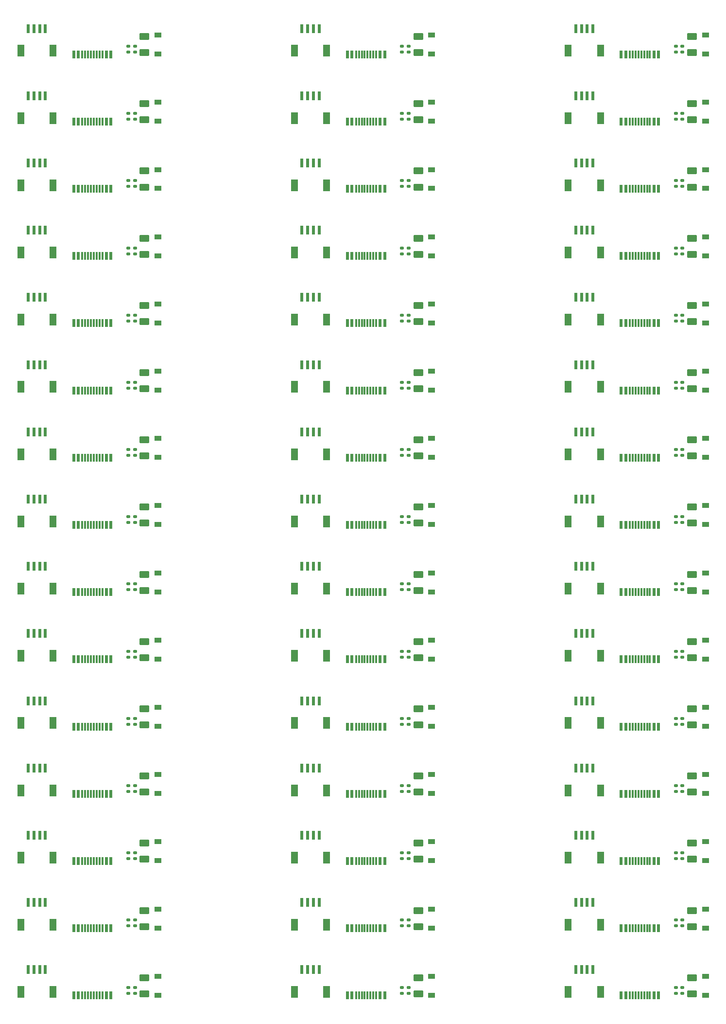
<source format=gtp>
G04 #@! TF.GenerationSoftware,KiCad,Pcbnew,(6.0.0)*
G04 #@! TF.CreationDate,2022-08-14T01:19:03-04:00*
G04 #@! TF.ProjectId,Panel v2,50616e65-6c20-4763-922e-6b696361645f,rev?*
G04 #@! TF.SameCoordinates,Original*
G04 #@! TF.FileFunction,Paste,Top*
G04 #@! TF.FilePolarity,Positive*
%FSLAX46Y46*%
G04 Gerber Fmt 4.6, Leading zero omitted, Abs format (unit mm)*
G04 Created by KiCad (PCBNEW (6.0.0)) date 2022-08-14 01:19:03*
%MOMM*%
%LPD*%
G01*
G04 APERTURE LIST*
G04 Aperture macros list*
%AMRoundRect*
0 Rectangle with rounded corners*
0 $1 Rounding radius*
0 $2 $3 $4 $5 $6 $7 $8 $9 X,Y pos of 4 corners*
0 Add a 4 corners polygon primitive as box body*
4,1,4,$2,$3,$4,$5,$6,$7,$8,$9,$2,$3,0*
0 Add four circle primitives for the rounded corners*
1,1,$1+$1,$2,$3*
1,1,$1+$1,$4,$5*
1,1,$1+$1,$6,$7*
1,1,$1+$1,$8,$9*
0 Add four rect primitives between the rounded corners*
20,1,$1+$1,$2,$3,$4,$5,0*
20,1,$1+$1,$4,$5,$6,$7,0*
20,1,$1+$1,$6,$7,$8,$9,0*
20,1,$1+$1,$8,$9,$2,$3,0*%
G04 Aperture macros list end*
%ADD10RoundRect,0.135000X-0.185000X0.135000X-0.185000X-0.135000X0.185000X-0.135000X0.185000X0.135000X0*%
%ADD11RoundRect,0.250000X-0.625000X0.375000X-0.625000X-0.375000X0.625000X-0.375000X0.625000X0.375000X0*%
%ADD12R,1.200000X0.900000*%
%ADD13R,0.600000X1.450000*%
%ADD14R,0.300000X1.450000*%
%ADD15R,0.600000X1.550000*%
%ADD16R,1.200000X2.000000*%
G04 APERTURE END LIST*
D10*
X53087619Y-130312147D03*
X53087619Y-131332147D03*
D11*
X103611872Y-46731501D03*
X103611872Y-49531501D03*
D12*
X58243119Y-73181507D03*
X58243119Y-69881507D03*
D10*
X149630625Y-165412156D03*
X149630625Y-166432156D03*
D11*
X103611872Y-58431504D03*
X103611872Y-61231504D03*
X151311875Y-46731501D03*
X151311875Y-49531501D03*
D10*
X100787622Y-83512135D03*
X100787622Y-84532135D03*
D12*
X153643125Y-143381525D03*
X153643125Y-140081525D03*
D13*
X50066994Y-143427025D03*
X49266994Y-143427025D03*
D14*
X48066994Y-143427025D03*
X47066994Y-143427025D03*
X46566994Y-143427025D03*
X45566994Y-143427025D03*
D13*
X44366994Y-143427025D03*
X43566994Y-143427025D03*
X43566994Y-143427025D03*
X44366994Y-143427025D03*
D14*
X45066994Y-143427025D03*
X46066994Y-143427025D03*
X47566994Y-143427025D03*
X48566994Y-143427025D03*
D13*
X49266994Y-143427025D03*
X50066994Y-143427025D03*
D15*
X35639994Y-68744007D03*
X36639994Y-68744007D03*
X37639994Y-68744007D03*
X38639994Y-68744007D03*
D16*
X39939994Y-72619007D03*
X34339994Y-72619007D03*
D10*
X101930622Y-188812162D03*
X101930622Y-189832162D03*
X101930622Y-83512135D03*
X101930622Y-84532135D03*
D11*
X151311875Y-81831510D03*
X151311875Y-84631510D03*
X103611872Y-23331495D03*
X103611872Y-26131495D03*
D10*
X149630625Y-153712153D03*
X149630625Y-154732153D03*
D11*
X55911869Y-23331495D03*
X55911869Y-26131495D03*
D15*
X83339997Y-150644028D03*
X84339997Y-150644028D03*
X85339997Y-150644028D03*
X86339997Y-150644028D03*
D16*
X82039997Y-154519028D03*
X87639997Y-154519028D03*
D10*
X53087619Y-25012120D03*
X53087619Y-26032120D03*
X53087619Y-60112129D03*
X53087619Y-61132129D03*
X53087619Y-153712153D03*
X53087619Y-154732153D03*
D13*
X97766997Y-96627013D03*
X96966997Y-96627013D03*
D14*
X95766997Y-96627013D03*
X94766997Y-96627013D03*
X94266997Y-96627013D03*
X93266997Y-96627013D03*
D13*
X92066997Y-96627013D03*
X91266997Y-96627013D03*
X91266997Y-96627013D03*
X92066997Y-96627013D03*
D14*
X92766997Y-96627013D03*
X93766997Y-96627013D03*
X95266997Y-96627013D03*
X96266997Y-96627013D03*
D13*
X96966997Y-96627013D03*
X97766997Y-96627013D03*
D11*
X55911869Y-81831510D03*
X55911869Y-84631510D03*
D13*
X50066994Y-61527004D03*
X49266994Y-61527004D03*
D14*
X48066994Y-61527004D03*
X47066994Y-61527004D03*
X46566994Y-61527004D03*
X45566994Y-61527004D03*
D13*
X44366994Y-61527004D03*
X43566994Y-61527004D03*
X43566994Y-61527004D03*
X44366994Y-61527004D03*
D14*
X45066994Y-61527004D03*
X46066994Y-61527004D03*
X47566994Y-61527004D03*
X48566994Y-61527004D03*
D13*
X49266994Y-61527004D03*
X50066994Y-61527004D03*
D10*
X149630625Y-25012120D03*
X149630625Y-26032120D03*
D13*
X97766997Y-26426995D03*
X96966997Y-26426995D03*
D14*
X95766997Y-26426995D03*
X94766997Y-26426995D03*
X94266997Y-26426995D03*
X93266997Y-26426995D03*
D13*
X92066997Y-26426995D03*
X91266997Y-26426995D03*
X91266997Y-26426995D03*
X92066997Y-26426995D03*
D14*
X92766997Y-26426995D03*
X93766997Y-26426995D03*
X95266997Y-26426995D03*
X96266997Y-26426995D03*
D13*
X96966997Y-26426995D03*
X97766997Y-26426995D03*
D10*
X149630625Y-188812162D03*
X149630625Y-189832162D03*
X148487625Y-71812132D03*
X148487625Y-72832132D03*
D12*
X58243119Y-178481534D03*
X58243119Y-175181534D03*
D10*
X53087619Y-106912141D03*
X53087619Y-107932141D03*
X101930622Y-71812132D03*
X101930622Y-72832132D03*
D13*
X97766997Y-61527004D03*
X96966997Y-61527004D03*
D14*
X95766997Y-61527004D03*
X94766997Y-61527004D03*
X94266997Y-61527004D03*
X93266997Y-61527004D03*
D13*
X92066997Y-61527004D03*
X91266997Y-61527004D03*
X91266997Y-61527004D03*
X92066997Y-61527004D03*
D14*
X92766997Y-61527004D03*
X93766997Y-61527004D03*
X95266997Y-61527004D03*
X96266997Y-61527004D03*
D13*
X96966997Y-61527004D03*
X97766997Y-61527004D03*
D10*
X54230619Y-106912141D03*
X54230619Y-107932141D03*
X54230619Y-60112129D03*
X54230619Y-61132129D03*
D11*
X55911869Y-35031498D03*
X55911869Y-37831498D03*
D12*
X105943122Y-119981519D03*
X105943122Y-116681519D03*
D10*
X149630625Y-177112159D03*
X149630625Y-178132159D03*
X54230619Y-36712123D03*
X54230619Y-37732123D03*
D13*
X145467000Y-178527034D03*
X144667000Y-178527034D03*
D14*
X143467000Y-178527034D03*
X142467000Y-178527034D03*
X141967000Y-178527034D03*
X140967000Y-178527034D03*
D13*
X139767000Y-178527034D03*
X138967000Y-178527034D03*
X138967000Y-178527034D03*
X139767000Y-178527034D03*
D14*
X140467000Y-178527034D03*
X141467000Y-178527034D03*
X142967000Y-178527034D03*
X143967000Y-178527034D03*
D13*
X144667000Y-178527034D03*
X145467000Y-178527034D03*
D12*
X58243119Y-131681522D03*
X58243119Y-128381522D03*
D10*
X148487625Y-60112129D03*
X148487625Y-61132129D03*
X53087619Y-118612144D03*
X53087619Y-119632144D03*
X53087619Y-83512135D03*
X53087619Y-84532135D03*
D12*
X105943122Y-61481504D03*
X105943122Y-58181504D03*
D13*
X50066994Y-120027019D03*
X49266994Y-120027019D03*
D14*
X48066994Y-120027019D03*
X47066994Y-120027019D03*
X46566994Y-120027019D03*
X45566994Y-120027019D03*
D13*
X44366994Y-120027019D03*
X43566994Y-120027019D03*
X43566994Y-120027019D03*
X44366994Y-120027019D03*
D14*
X45066994Y-120027019D03*
X46066994Y-120027019D03*
X47566994Y-120027019D03*
X48566994Y-120027019D03*
D13*
X49266994Y-120027019D03*
X50066994Y-120027019D03*
D12*
X153643125Y-61481504D03*
X153643125Y-58181504D03*
D11*
X55911869Y-163731531D03*
X55911869Y-166531531D03*
D13*
X145467000Y-155127028D03*
X144667000Y-155127028D03*
D14*
X143467000Y-155127028D03*
X142467000Y-155127028D03*
X141967000Y-155127028D03*
X140967000Y-155127028D03*
D13*
X139767000Y-155127028D03*
X138967000Y-155127028D03*
X138967000Y-155127028D03*
X139767000Y-155127028D03*
D14*
X140467000Y-155127028D03*
X141467000Y-155127028D03*
X142967000Y-155127028D03*
X143967000Y-155127028D03*
D13*
X144667000Y-155127028D03*
X145467000Y-155127028D03*
D11*
X55911869Y-128631522D03*
X55911869Y-131431522D03*
X103611872Y-35031498D03*
X103611872Y-37831498D03*
D13*
X97766997Y-131727022D03*
X96966997Y-131727022D03*
D14*
X95766997Y-131727022D03*
X94766997Y-131727022D03*
X94266997Y-131727022D03*
X93266997Y-131727022D03*
D13*
X92066997Y-131727022D03*
X91266997Y-131727022D03*
X91266997Y-131727022D03*
X92066997Y-131727022D03*
D14*
X92766997Y-131727022D03*
X93766997Y-131727022D03*
X95266997Y-131727022D03*
X96266997Y-131727022D03*
D13*
X96966997Y-131727022D03*
X97766997Y-131727022D03*
D10*
X101930622Y-177112159D03*
X101930622Y-178132159D03*
X54230619Y-165412156D03*
X54230619Y-166432156D03*
X149630625Y-71812132D03*
X149630625Y-72832132D03*
D15*
X83339997Y-115544019D03*
X84339997Y-115544019D03*
X85339997Y-115544019D03*
X86339997Y-115544019D03*
D16*
X87639997Y-119419019D03*
X82039997Y-119419019D03*
D12*
X153643125Y-38081498D03*
X153643125Y-34781498D03*
X105943122Y-166781531D03*
X105943122Y-163481531D03*
X153643125Y-190181537D03*
X153643125Y-186881537D03*
D10*
X54230619Y-153712153D03*
X54230619Y-154732153D03*
D12*
X58243119Y-61481504D03*
X58243119Y-58181504D03*
D15*
X131040000Y-185744037D03*
X132040000Y-185744037D03*
X133040000Y-185744037D03*
X134040000Y-185744037D03*
D16*
X135340000Y-189619037D03*
X129740000Y-189619037D03*
D12*
X58243119Y-38081498D03*
X58243119Y-34781498D03*
D13*
X97766997Y-38126998D03*
X96966997Y-38126998D03*
D14*
X95766997Y-38126998D03*
X94766997Y-38126998D03*
X94266997Y-38126998D03*
X93266997Y-38126998D03*
D13*
X92066997Y-38126998D03*
X91266997Y-38126998D03*
X91266997Y-38126998D03*
X92066997Y-38126998D03*
D14*
X92766997Y-38126998D03*
X93766997Y-38126998D03*
X95266997Y-38126998D03*
X96266997Y-38126998D03*
D13*
X96966997Y-38126998D03*
X97766997Y-38126998D03*
D12*
X105943122Y-143381525D03*
X105943122Y-140081525D03*
D10*
X100787622Y-106912141D03*
X100787622Y-107932141D03*
D13*
X145467000Y-84927010D03*
X144667000Y-84927010D03*
D14*
X143467000Y-84927010D03*
X142467000Y-84927010D03*
X141967000Y-84927010D03*
X140967000Y-84927010D03*
D13*
X139767000Y-84927010D03*
X138967000Y-84927010D03*
X138967000Y-84927010D03*
X139767000Y-84927010D03*
D14*
X140467000Y-84927010D03*
X141467000Y-84927010D03*
X142967000Y-84927010D03*
X143967000Y-84927010D03*
D13*
X144667000Y-84927010D03*
X145467000Y-84927010D03*
D10*
X148487625Y-177112159D03*
X148487625Y-178132159D03*
X148487625Y-188812162D03*
X148487625Y-189832162D03*
D13*
X145467000Y-108327016D03*
X144667000Y-108327016D03*
D14*
X143467000Y-108327016D03*
X142467000Y-108327016D03*
X141967000Y-108327016D03*
X140967000Y-108327016D03*
D13*
X139767000Y-108327016D03*
X138967000Y-108327016D03*
X138967000Y-108327016D03*
X139767000Y-108327016D03*
D14*
X140467000Y-108327016D03*
X141467000Y-108327016D03*
X142967000Y-108327016D03*
X143967000Y-108327016D03*
D13*
X144667000Y-108327016D03*
X145467000Y-108327016D03*
X97766997Y-190227037D03*
X96966997Y-190227037D03*
D14*
X95766997Y-190227037D03*
X94766997Y-190227037D03*
X94266997Y-190227037D03*
X93266997Y-190227037D03*
D13*
X92066997Y-190227037D03*
X91266997Y-190227037D03*
X91266997Y-190227037D03*
X92066997Y-190227037D03*
D14*
X92766997Y-190227037D03*
X93766997Y-190227037D03*
X95266997Y-190227037D03*
X96266997Y-190227037D03*
D13*
X96966997Y-190227037D03*
X97766997Y-190227037D03*
X97766997Y-108327016D03*
X96966997Y-108327016D03*
D14*
X95766997Y-108327016D03*
X94766997Y-108327016D03*
X94266997Y-108327016D03*
X93266997Y-108327016D03*
D13*
X92066997Y-108327016D03*
X91266997Y-108327016D03*
X91266997Y-108327016D03*
X92066997Y-108327016D03*
D14*
X92766997Y-108327016D03*
X93766997Y-108327016D03*
X95266997Y-108327016D03*
X96266997Y-108327016D03*
D13*
X96966997Y-108327016D03*
X97766997Y-108327016D03*
D10*
X53087619Y-36712123D03*
X53087619Y-37732123D03*
D12*
X58243119Y-108281516D03*
X58243119Y-104981516D03*
D10*
X101930622Y-153712153D03*
X101930622Y-154732153D03*
D12*
X153643125Y-178481534D03*
X153643125Y-175181534D03*
D15*
X131040000Y-45344001D03*
X132040000Y-45344001D03*
X133040000Y-45344001D03*
X134040000Y-45344001D03*
D16*
X135340000Y-49219001D03*
X129740000Y-49219001D03*
D15*
X35639994Y-92144013D03*
X36639994Y-92144013D03*
X37639994Y-92144013D03*
X38639994Y-92144013D03*
D16*
X39939994Y-96019013D03*
X34339994Y-96019013D03*
D10*
X148487625Y-36712123D03*
X148487625Y-37732123D03*
D11*
X55911869Y-187131537D03*
X55911869Y-189931537D03*
D12*
X58243119Y-155081528D03*
X58243119Y-151781528D03*
D11*
X55911869Y-58431504D03*
X55911869Y-61231504D03*
D13*
X50066994Y-84927010D03*
X49266994Y-84927010D03*
D14*
X48066994Y-84927010D03*
X47066994Y-84927010D03*
X46566994Y-84927010D03*
X45566994Y-84927010D03*
D13*
X44366994Y-84927010D03*
X43566994Y-84927010D03*
X43566994Y-84927010D03*
X44366994Y-84927010D03*
D14*
X45066994Y-84927010D03*
X46066994Y-84927010D03*
X47566994Y-84927010D03*
X48566994Y-84927010D03*
D13*
X49266994Y-84927010D03*
X50066994Y-84927010D03*
D10*
X54230619Y-25012120D03*
X54230619Y-26032120D03*
D13*
X50066994Y-108327016D03*
X49266994Y-108327016D03*
D14*
X48066994Y-108327016D03*
X47066994Y-108327016D03*
X46566994Y-108327016D03*
X45566994Y-108327016D03*
D13*
X44366994Y-108327016D03*
X43566994Y-108327016D03*
X43566994Y-108327016D03*
X44366994Y-108327016D03*
D14*
X45066994Y-108327016D03*
X46066994Y-108327016D03*
X47566994Y-108327016D03*
X48566994Y-108327016D03*
D13*
X49266994Y-108327016D03*
X50066994Y-108327016D03*
D12*
X153643125Y-26381495D03*
X153643125Y-23081495D03*
D13*
X145467000Y-190227037D03*
X144667000Y-190227037D03*
D14*
X143467000Y-190227037D03*
X142467000Y-190227037D03*
X141967000Y-190227037D03*
X140967000Y-190227037D03*
D13*
X139767000Y-190227037D03*
X138967000Y-190227037D03*
X138967000Y-190227037D03*
X139767000Y-190227037D03*
D14*
X140467000Y-190227037D03*
X141467000Y-190227037D03*
X142967000Y-190227037D03*
X143967000Y-190227037D03*
D13*
X144667000Y-190227037D03*
X145467000Y-190227037D03*
D12*
X105943122Y-178481534D03*
X105943122Y-175181534D03*
D15*
X131040000Y-174044034D03*
X132040000Y-174044034D03*
X133040000Y-174044034D03*
X134040000Y-174044034D03*
D16*
X129740000Y-177919034D03*
X135340000Y-177919034D03*
D15*
X131040000Y-162344031D03*
X132040000Y-162344031D03*
X133040000Y-162344031D03*
X134040000Y-162344031D03*
D16*
X135340000Y-166219031D03*
X129740000Y-166219031D03*
D12*
X153643125Y-73181507D03*
X153643125Y-69881507D03*
D15*
X83339997Y-162344031D03*
X84339997Y-162344031D03*
X85339997Y-162344031D03*
X86339997Y-162344031D03*
D16*
X82039997Y-166219031D03*
X87639997Y-166219031D03*
D13*
X145467000Y-26426995D03*
X144667000Y-26426995D03*
D14*
X143467000Y-26426995D03*
X142467000Y-26426995D03*
X141967000Y-26426995D03*
X140967000Y-26426995D03*
D13*
X139767000Y-26426995D03*
X138967000Y-26426995D03*
X138967000Y-26426995D03*
X139767000Y-26426995D03*
D14*
X140467000Y-26426995D03*
X141467000Y-26426995D03*
X142967000Y-26426995D03*
X143967000Y-26426995D03*
D13*
X144667000Y-26426995D03*
X145467000Y-26426995D03*
X145467000Y-38126998D03*
X144667000Y-38126998D03*
D14*
X143467000Y-38126998D03*
X142467000Y-38126998D03*
X141967000Y-38126998D03*
X140967000Y-38126998D03*
D13*
X139767000Y-38126998D03*
X138967000Y-38126998D03*
X138967000Y-38126998D03*
X139767000Y-38126998D03*
D14*
X140467000Y-38126998D03*
X141467000Y-38126998D03*
X142967000Y-38126998D03*
X143967000Y-38126998D03*
D13*
X144667000Y-38126998D03*
X145467000Y-38126998D03*
X50066994Y-38126998D03*
X49266994Y-38126998D03*
D14*
X48066994Y-38126998D03*
X47066994Y-38126998D03*
X46566994Y-38126998D03*
X45566994Y-38126998D03*
D13*
X44366994Y-38126998D03*
X43566994Y-38126998D03*
X43566994Y-38126998D03*
X44366994Y-38126998D03*
D14*
X45066994Y-38126998D03*
X46066994Y-38126998D03*
X47566994Y-38126998D03*
X48566994Y-38126998D03*
D13*
X49266994Y-38126998D03*
X50066994Y-38126998D03*
D11*
X55911869Y-116931519D03*
X55911869Y-119731519D03*
X103611872Y-187131537D03*
X103611872Y-189931537D03*
D13*
X50066994Y-73227007D03*
X49266994Y-73227007D03*
D14*
X48066994Y-73227007D03*
X47066994Y-73227007D03*
X46566994Y-73227007D03*
X45566994Y-73227007D03*
D13*
X44366994Y-73227007D03*
X43566994Y-73227007D03*
X43566994Y-73227007D03*
X44366994Y-73227007D03*
D14*
X45066994Y-73227007D03*
X46066994Y-73227007D03*
X47566994Y-73227007D03*
X48566994Y-73227007D03*
D13*
X49266994Y-73227007D03*
X50066994Y-73227007D03*
D15*
X35639994Y-150644028D03*
X36639994Y-150644028D03*
X37639994Y-150644028D03*
X38639994Y-150644028D03*
D16*
X34339994Y-154519028D03*
X39939994Y-154519028D03*
D10*
X100787622Y-36712123D03*
X100787622Y-37732123D03*
X148487625Y-95212138D03*
X148487625Y-96232138D03*
D15*
X35639994Y-115544019D03*
X36639994Y-115544019D03*
X37639994Y-115544019D03*
X38639994Y-115544019D03*
D16*
X39939994Y-119419019D03*
X34339994Y-119419019D03*
D13*
X145467000Y-49827001D03*
X144667000Y-49827001D03*
D14*
X143467000Y-49827001D03*
X142467000Y-49827001D03*
X141967000Y-49827001D03*
X140967000Y-49827001D03*
D13*
X139767000Y-49827001D03*
X138967000Y-49827001D03*
X138967000Y-49827001D03*
X139767000Y-49827001D03*
D14*
X140467000Y-49827001D03*
X141467000Y-49827001D03*
X142967000Y-49827001D03*
X143967000Y-49827001D03*
D13*
X144667000Y-49827001D03*
X145467000Y-49827001D03*
D10*
X148487625Y-142012150D03*
X148487625Y-143032150D03*
X53087619Y-165412156D03*
X53087619Y-166432156D03*
D15*
X131040000Y-68744007D03*
X132040000Y-68744007D03*
X133040000Y-68744007D03*
X134040000Y-68744007D03*
D16*
X135340000Y-72619007D03*
X129740000Y-72619007D03*
D10*
X148487625Y-48412126D03*
X148487625Y-49432126D03*
D15*
X131040000Y-57044004D03*
X132040000Y-57044004D03*
X133040000Y-57044004D03*
X134040000Y-57044004D03*
D16*
X135340000Y-60919004D03*
X129740000Y-60919004D03*
D15*
X131040000Y-92144013D03*
X132040000Y-92144013D03*
X133040000Y-92144013D03*
X134040000Y-92144013D03*
D16*
X135340000Y-96019013D03*
X129740000Y-96019013D03*
D15*
X83339997Y-80444010D03*
X84339997Y-80444010D03*
X85339997Y-80444010D03*
X86339997Y-80444010D03*
D16*
X87639997Y-84319010D03*
X82039997Y-84319010D03*
D12*
X58243119Y-49781501D03*
X58243119Y-46481501D03*
D15*
X83339997Y-127244022D03*
X84339997Y-127244022D03*
X85339997Y-127244022D03*
X86339997Y-127244022D03*
D16*
X87639997Y-131119022D03*
X82039997Y-131119022D03*
D10*
X100787622Y-48412126D03*
X100787622Y-49432126D03*
X101930622Y-118612144D03*
X101930622Y-119632144D03*
D11*
X151311875Y-58431504D03*
X151311875Y-61231504D03*
D12*
X105943122Y-155081528D03*
X105943122Y-151781528D03*
D11*
X55911869Y-46731501D03*
X55911869Y-49531501D03*
D13*
X145467000Y-96627013D03*
X144667000Y-96627013D03*
D14*
X143467000Y-96627013D03*
X142467000Y-96627013D03*
X141967000Y-96627013D03*
X140967000Y-96627013D03*
D13*
X139767000Y-96627013D03*
X138967000Y-96627013D03*
X138967000Y-96627013D03*
X139767000Y-96627013D03*
D14*
X140467000Y-96627013D03*
X141467000Y-96627013D03*
X142967000Y-96627013D03*
X143967000Y-96627013D03*
D13*
X144667000Y-96627013D03*
X145467000Y-96627013D03*
D15*
X83339997Y-33643998D03*
X84339997Y-33643998D03*
X85339997Y-33643998D03*
X86339997Y-33643998D03*
D16*
X87639997Y-37518998D03*
X82039997Y-37518998D03*
D10*
X53087619Y-48412126D03*
X53087619Y-49432126D03*
X54230619Y-118612144D03*
X54230619Y-119632144D03*
D11*
X103611872Y-175431534D03*
X103611872Y-178231534D03*
D12*
X58243119Y-96581513D03*
X58243119Y-93281513D03*
X153643125Y-131681522D03*
X153643125Y-128381522D03*
X153643125Y-49781501D03*
X153643125Y-46481501D03*
D10*
X53087619Y-142012150D03*
X53087619Y-143032150D03*
X100787622Y-188812162D03*
X100787622Y-189832162D03*
D11*
X151311875Y-140331525D03*
X151311875Y-143131525D03*
X55911869Y-140331525D03*
X55911869Y-143131525D03*
X55911869Y-93531513D03*
X55911869Y-96331513D03*
D10*
X148487625Y-118612144D03*
X148487625Y-119632144D03*
D11*
X103611872Y-105231516D03*
X103611872Y-108031516D03*
D10*
X53087619Y-188812162D03*
X53087619Y-189832162D03*
D11*
X151311875Y-105231516D03*
X151311875Y-108031516D03*
D10*
X101930622Y-130312147D03*
X101930622Y-131332147D03*
D15*
X35639994Y-162344031D03*
X36639994Y-162344031D03*
X37639994Y-162344031D03*
X38639994Y-162344031D03*
D16*
X34339994Y-166219031D03*
X39939994Y-166219031D03*
D10*
X149630625Y-83512135D03*
X149630625Y-84532135D03*
D11*
X151311875Y-163731531D03*
X151311875Y-166531531D03*
D10*
X54230619Y-142012150D03*
X54230619Y-143032150D03*
X149630625Y-130312147D03*
X149630625Y-131332147D03*
X149630625Y-106912141D03*
X149630625Y-107932141D03*
D13*
X145467000Y-166827031D03*
X144667000Y-166827031D03*
D14*
X143467000Y-166827031D03*
X142467000Y-166827031D03*
X141967000Y-166827031D03*
X140967000Y-166827031D03*
D13*
X139767000Y-166827031D03*
X138967000Y-166827031D03*
X138967000Y-166827031D03*
X139767000Y-166827031D03*
D14*
X140467000Y-166827031D03*
X141467000Y-166827031D03*
X142967000Y-166827031D03*
X143967000Y-166827031D03*
D13*
X144667000Y-166827031D03*
X145467000Y-166827031D03*
D10*
X100787622Y-118612144D03*
X100787622Y-119632144D03*
X100787622Y-95212138D03*
X100787622Y-96232138D03*
X100787622Y-71812132D03*
X100787622Y-72832132D03*
D13*
X97766997Y-143427025D03*
X96966997Y-143427025D03*
D14*
X95766997Y-143427025D03*
X94766997Y-143427025D03*
X94266997Y-143427025D03*
X93266997Y-143427025D03*
D13*
X92066997Y-143427025D03*
X91266997Y-143427025D03*
X91266997Y-143427025D03*
X92066997Y-143427025D03*
D14*
X92766997Y-143427025D03*
X93766997Y-143427025D03*
X95266997Y-143427025D03*
X96266997Y-143427025D03*
D13*
X96966997Y-143427025D03*
X97766997Y-143427025D03*
D15*
X83339997Y-57044004D03*
X84339997Y-57044004D03*
X85339997Y-57044004D03*
X86339997Y-57044004D03*
D16*
X82039997Y-60919004D03*
X87639997Y-60919004D03*
D15*
X35639994Y-80444010D03*
X36639994Y-80444010D03*
X37639994Y-80444010D03*
X38639994Y-80444010D03*
D16*
X39939994Y-84319010D03*
X34339994Y-84319010D03*
D10*
X100787622Y-153712153D03*
X100787622Y-154732153D03*
D15*
X83339997Y-174044034D03*
X84339997Y-174044034D03*
X85339997Y-174044034D03*
X86339997Y-174044034D03*
D16*
X87639997Y-177919034D03*
X82039997Y-177919034D03*
D15*
X35639994Y-57044004D03*
X36639994Y-57044004D03*
X37639994Y-57044004D03*
X38639994Y-57044004D03*
D16*
X39939994Y-60919004D03*
X34339994Y-60919004D03*
D11*
X103611872Y-70131507D03*
X103611872Y-72931507D03*
X103611872Y-163731531D03*
X103611872Y-166531531D03*
D15*
X83339997Y-92144013D03*
X84339997Y-92144013D03*
X85339997Y-92144013D03*
X86339997Y-92144013D03*
D16*
X87639997Y-96019013D03*
X82039997Y-96019013D03*
D13*
X50066994Y-131727022D03*
X49266994Y-131727022D03*
D14*
X48066994Y-131727022D03*
X47066994Y-131727022D03*
X46566994Y-131727022D03*
X45566994Y-131727022D03*
D13*
X44366994Y-131727022D03*
X43566994Y-131727022D03*
X43566994Y-131727022D03*
X44366994Y-131727022D03*
D14*
X45066994Y-131727022D03*
X46066994Y-131727022D03*
X47566994Y-131727022D03*
X48566994Y-131727022D03*
D13*
X49266994Y-131727022D03*
X50066994Y-131727022D03*
D11*
X151311875Y-187131537D03*
X151311875Y-189931537D03*
D12*
X105943122Y-190181537D03*
X105943122Y-186881537D03*
X153643125Y-84881510D03*
X153643125Y-81581510D03*
X105943122Y-96581513D03*
X105943122Y-93281513D03*
X105943122Y-131681522D03*
X105943122Y-128381522D03*
D11*
X151311875Y-35031498D03*
X151311875Y-37831498D03*
D10*
X149630625Y-95212138D03*
X149630625Y-96232138D03*
D11*
X151311875Y-116931519D03*
X151311875Y-119731519D03*
X55911869Y-70131507D03*
X55911869Y-72931507D03*
X55911869Y-152031528D03*
X55911869Y-154831528D03*
D15*
X131040000Y-150644028D03*
X132040000Y-150644028D03*
X133040000Y-150644028D03*
X134040000Y-150644028D03*
D16*
X135340000Y-154519028D03*
X129740000Y-154519028D03*
D11*
X151311875Y-128631522D03*
X151311875Y-131431522D03*
D15*
X35639994Y-174044034D03*
X36639994Y-174044034D03*
X37639994Y-174044034D03*
X38639994Y-174044034D03*
D16*
X34339994Y-177919034D03*
X39939994Y-177919034D03*
D15*
X131040000Y-33643998D03*
X132040000Y-33643998D03*
X133040000Y-33643998D03*
X134040000Y-33643998D03*
D16*
X135340000Y-37518998D03*
X129740000Y-37518998D03*
D15*
X131040000Y-127244022D03*
X132040000Y-127244022D03*
X133040000Y-127244022D03*
X134040000Y-127244022D03*
D16*
X135340000Y-131119022D03*
X129740000Y-131119022D03*
D15*
X83339997Y-103844016D03*
X84339997Y-103844016D03*
X85339997Y-103844016D03*
X86339997Y-103844016D03*
D16*
X82039997Y-107719016D03*
X87639997Y-107719016D03*
D13*
X145467000Y-143427025D03*
X144667000Y-143427025D03*
D14*
X143467000Y-143427025D03*
X142467000Y-143427025D03*
X141967000Y-143427025D03*
X140967000Y-143427025D03*
D13*
X139767000Y-143427025D03*
X138967000Y-143427025D03*
X138967000Y-143427025D03*
X139767000Y-143427025D03*
D14*
X140467000Y-143427025D03*
X141467000Y-143427025D03*
X142967000Y-143427025D03*
X143967000Y-143427025D03*
D13*
X144667000Y-143427025D03*
X145467000Y-143427025D03*
D10*
X100787622Y-25012120D03*
X100787622Y-26032120D03*
X149630625Y-48412126D03*
X149630625Y-49432126D03*
X100787622Y-60112129D03*
X100787622Y-61132129D03*
X101930622Y-60112129D03*
X101930622Y-61132129D03*
D15*
X83339997Y-45344001D03*
X84339997Y-45344001D03*
X85339997Y-45344001D03*
X86339997Y-45344001D03*
D16*
X87639997Y-49219001D03*
X82039997Y-49219001D03*
D12*
X105943122Y-49781501D03*
X105943122Y-46481501D03*
D10*
X148487625Y-165412156D03*
X148487625Y-166432156D03*
X149630625Y-142012150D03*
X149630625Y-143032150D03*
X148487625Y-153712153D03*
X148487625Y-154732153D03*
X53087619Y-177112159D03*
X53087619Y-178132159D03*
D11*
X55911869Y-175431534D03*
X55911869Y-178231534D03*
D15*
X35639994Y-45344001D03*
X36639994Y-45344001D03*
X37639994Y-45344001D03*
X38639994Y-45344001D03*
D16*
X39939994Y-49219001D03*
X34339994Y-49219001D03*
D11*
X103611872Y-140331525D03*
X103611872Y-143131525D03*
X151311875Y-23331495D03*
X151311875Y-26131495D03*
D13*
X97766997Y-120027019D03*
X96966997Y-120027019D03*
D14*
X95766997Y-120027019D03*
X94766997Y-120027019D03*
X94266997Y-120027019D03*
X93266997Y-120027019D03*
D13*
X92066997Y-120027019D03*
X91266997Y-120027019D03*
X91266997Y-120027019D03*
X92066997Y-120027019D03*
D14*
X92766997Y-120027019D03*
X93766997Y-120027019D03*
X95266997Y-120027019D03*
X96266997Y-120027019D03*
D13*
X96966997Y-120027019D03*
X97766997Y-120027019D03*
D12*
X105943122Y-38081498D03*
X105943122Y-34781498D03*
X153643125Y-119981519D03*
X153643125Y-116681519D03*
D11*
X103611872Y-116931519D03*
X103611872Y-119731519D03*
D13*
X50066994Y-178527034D03*
X49266994Y-178527034D03*
D14*
X48066994Y-178527034D03*
X47066994Y-178527034D03*
X46566994Y-178527034D03*
X45566994Y-178527034D03*
D13*
X44366994Y-178527034D03*
X43566994Y-178527034D03*
X43566994Y-178527034D03*
X44366994Y-178527034D03*
D14*
X45066994Y-178527034D03*
X46066994Y-178527034D03*
X47566994Y-178527034D03*
X48566994Y-178527034D03*
D13*
X49266994Y-178527034D03*
X50066994Y-178527034D03*
D11*
X55911869Y-105231516D03*
X55911869Y-108031516D03*
D10*
X101930622Y-25012120D03*
X101930622Y-26032120D03*
X54230619Y-188812162D03*
X54230619Y-189832162D03*
X149630625Y-118612144D03*
X149630625Y-119632144D03*
D15*
X35639994Y-127244022D03*
X36639994Y-127244022D03*
X37639994Y-127244022D03*
X38639994Y-127244022D03*
D16*
X39939994Y-131119022D03*
X34339994Y-131119022D03*
D10*
X100787622Y-165412156D03*
X100787622Y-166432156D03*
D12*
X58243119Y-119981519D03*
X58243119Y-116681519D03*
X58243119Y-26381495D03*
X58243119Y-23081495D03*
D10*
X149630625Y-36712123D03*
X149630625Y-37732123D03*
D13*
X145467000Y-120027019D03*
X144667000Y-120027019D03*
D14*
X143467000Y-120027019D03*
X142467000Y-120027019D03*
X141967000Y-120027019D03*
X140967000Y-120027019D03*
D13*
X139767000Y-120027019D03*
X138967000Y-120027019D03*
X138967000Y-120027019D03*
X139767000Y-120027019D03*
D14*
X140467000Y-120027019D03*
X141467000Y-120027019D03*
X142967000Y-120027019D03*
X143967000Y-120027019D03*
D13*
X144667000Y-120027019D03*
X145467000Y-120027019D03*
D12*
X153643125Y-96581513D03*
X153643125Y-93281513D03*
D11*
X103611872Y-128631522D03*
X103611872Y-131431522D03*
X151311875Y-152031528D03*
X151311875Y-154831528D03*
D10*
X54230619Y-83512135D03*
X54230619Y-84532135D03*
D12*
X153643125Y-155081528D03*
X153643125Y-151781528D03*
D10*
X101930622Y-36712123D03*
X101930622Y-37732123D03*
D13*
X50066994Y-26426995D03*
X49266994Y-26426995D03*
D14*
X48066994Y-26426995D03*
X47066994Y-26426995D03*
X46566994Y-26426995D03*
X45566994Y-26426995D03*
D13*
X44366994Y-26426995D03*
X43566994Y-26426995D03*
X43566994Y-26426995D03*
X44366994Y-26426995D03*
D14*
X45066994Y-26426995D03*
X46066994Y-26426995D03*
X47566994Y-26426995D03*
X48566994Y-26426995D03*
D13*
X49266994Y-26426995D03*
X50066994Y-26426995D03*
D11*
X151311875Y-175431534D03*
X151311875Y-178231534D03*
D15*
X131040000Y-103844016D03*
X132040000Y-103844016D03*
X133040000Y-103844016D03*
X134040000Y-103844016D03*
D16*
X135340000Y-107719016D03*
X129740000Y-107719016D03*
D13*
X145467000Y-73227007D03*
X144667000Y-73227007D03*
D14*
X143467000Y-73227007D03*
X142467000Y-73227007D03*
X141967000Y-73227007D03*
X140967000Y-73227007D03*
D13*
X139767000Y-73227007D03*
X138967000Y-73227007D03*
X138967000Y-73227007D03*
X139767000Y-73227007D03*
D14*
X140467000Y-73227007D03*
X141467000Y-73227007D03*
X142967000Y-73227007D03*
X143967000Y-73227007D03*
D13*
X144667000Y-73227007D03*
X145467000Y-73227007D03*
D10*
X54230619Y-48412126D03*
X54230619Y-49432126D03*
D11*
X151311875Y-70131507D03*
X151311875Y-72931507D03*
D13*
X97766997Y-84927010D03*
X96966997Y-84927010D03*
D14*
X95766997Y-84927010D03*
X94766997Y-84927010D03*
X94266997Y-84927010D03*
X93266997Y-84927010D03*
D13*
X92066997Y-84927010D03*
X91266997Y-84927010D03*
X91266997Y-84927010D03*
X92066997Y-84927010D03*
D14*
X92766997Y-84927010D03*
X93766997Y-84927010D03*
X95266997Y-84927010D03*
X96266997Y-84927010D03*
D13*
X96966997Y-84927010D03*
X97766997Y-84927010D03*
D15*
X131040000Y-21943995D03*
X132040000Y-21943995D03*
X133040000Y-21943995D03*
X134040000Y-21943995D03*
D16*
X129740000Y-25818995D03*
X135340000Y-25818995D03*
D13*
X97766997Y-166827031D03*
X96966997Y-166827031D03*
D14*
X95766997Y-166827031D03*
X94766997Y-166827031D03*
X94266997Y-166827031D03*
X93266997Y-166827031D03*
D13*
X92066997Y-166827031D03*
X91266997Y-166827031D03*
X91266997Y-166827031D03*
X92066997Y-166827031D03*
D14*
X92766997Y-166827031D03*
X93766997Y-166827031D03*
X95266997Y-166827031D03*
X96266997Y-166827031D03*
D13*
X96966997Y-166827031D03*
X97766997Y-166827031D03*
D10*
X54230619Y-95212138D03*
X54230619Y-96232138D03*
D13*
X50066994Y-166827031D03*
X49266994Y-166827031D03*
D14*
X48066994Y-166827031D03*
X47066994Y-166827031D03*
X46566994Y-166827031D03*
X45566994Y-166827031D03*
D13*
X44366994Y-166827031D03*
X43566994Y-166827031D03*
X43566994Y-166827031D03*
X44366994Y-166827031D03*
D14*
X45066994Y-166827031D03*
X46066994Y-166827031D03*
X47566994Y-166827031D03*
X48566994Y-166827031D03*
D13*
X49266994Y-166827031D03*
X50066994Y-166827031D03*
D15*
X35639994Y-185744037D03*
X36639994Y-185744037D03*
X37639994Y-185744037D03*
X38639994Y-185744037D03*
D16*
X34339994Y-189619037D03*
X39939994Y-189619037D03*
D15*
X131040000Y-138944025D03*
X132040000Y-138944025D03*
X133040000Y-138944025D03*
X134040000Y-138944025D03*
D16*
X129740000Y-142819025D03*
X135340000Y-142819025D03*
D13*
X97766997Y-49827001D03*
X96966997Y-49827001D03*
D14*
X95766997Y-49827001D03*
X94766997Y-49827001D03*
X94266997Y-49827001D03*
X93266997Y-49827001D03*
D13*
X92066997Y-49827001D03*
X91266997Y-49827001D03*
X91266997Y-49827001D03*
X92066997Y-49827001D03*
D14*
X92766997Y-49827001D03*
X93766997Y-49827001D03*
X95266997Y-49827001D03*
X96266997Y-49827001D03*
D13*
X96966997Y-49827001D03*
X97766997Y-49827001D03*
D10*
X148487625Y-106912141D03*
X148487625Y-107932141D03*
D11*
X103611872Y-152031528D03*
X103611872Y-154831528D03*
D10*
X54230619Y-71812132D03*
X54230619Y-72832132D03*
D12*
X58243119Y-190181537D03*
X58243119Y-186881537D03*
X58243119Y-143381525D03*
X58243119Y-140081525D03*
X105943122Y-26381495D03*
X105943122Y-23081495D03*
D13*
X50066994Y-49827001D03*
X49266994Y-49827001D03*
D14*
X48066994Y-49827001D03*
X47066994Y-49827001D03*
X46566994Y-49827001D03*
X45566994Y-49827001D03*
D13*
X44366994Y-49827001D03*
X43566994Y-49827001D03*
X43566994Y-49827001D03*
X44366994Y-49827001D03*
D14*
X45066994Y-49827001D03*
X46066994Y-49827001D03*
X47566994Y-49827001D03*
X48566994Y-49827001D03*
D13*
X49266994Y-49827001D03*
X50066994Y-49827001D03*
X50066994Y-190227037D03*
X49266994Y-190227037D03*
D14*
X48066994Y-190227037D03*
X47066994Y-190227037D03*
X46566994Y-190227037D03*
X45566994Y-190227037D03*
D13*
X44366994Y-190227037D03*
X43566994Y-190227037D03*
X43566994Y-190227037D03*
X44366994Y-190227037D03*
D14*
X45066994Y-190227037D03*
X46066994Y-190227037D03*
X47566994Y-190227037D03*
X48566994Y-190227037D03*
D13*
X49266994Y-190227037D03*
X50066994Y-190227037D03*
D10*
X101930622Y-48412126D03*
X101930622Y-49432126D03*
X148487625Y-83512135D03*
X148487625Y-84532135D03*
D13*
X145467000Y-61527004D03*
X144667000Y-61527004D03*
D14*
X143467000Y-61527004D03*
X142467000Y-61527004D03*
X141967000Y-61527004D03*
X140967000Y-61527004D03*
D13*
X139767000Y-61527004D03*
X138967000Y-61527004D03*
X138967000Y-61527004D03*
X139767000Y-61527004D03*
D14*
X140467000Y-61527004D03*
X141467000Y-61527004D03*
X142967000Y-61527004D03*
X143967000Y-61527004D03*
D13*
X144667000Y-61527004D03*
X145467000Y-61527004D03*
D15*
X35639994Y-33643998D03*
X36639994Y-33643998D03*
X37639994Y-33643998D03*
X38639994Y-33643998D03*
D16*
X34339994Y-37518998D03*
X39939994Y-37518998D03*
D15*
X131040000Y-80444010D03*
X132040000Y-80444010D03*
X133040000Y-80444010D03*
X134040000Y-80444010D03*
D16*
X135340000Y-84319010D03*
X129740000Y-84319010D03*
D12*
X105943122Y-108281516D03*
X105943122Y-104981516D03*
D10*
X101930622Y-95212138D03*
X101930622Y-96232138D03*
D11*
X103611872Y-93531513D03*
X103611872Y-96331513D03*
D12*
X105943122Y-84881510D03*
X105943122Y-81581510D03*
D11*
X151311875Y-93531513D03*
X151311875Y-96331513D03*
D13*
X97766997Y-73227007D03*
X96966997Y-73227007D03*
D14*
X95766997Y-73227007D03*
X94766997Y-73227007D03*
X94266997Y-73227007D03*
X93266997Y-73227007D03*
D13*
X92066997Y-73227007D03*
X91266997Y-73227007D03*
X91266997Y-73227007D03*
X92066997Y-73227007D03*
D14*
X92766997Y-73227007D03*
X93766997Y-73227007D03*
X95266997Y-73227007D03*
X96266997Y-73227007D03*
D13*
X96966997Y-73227007D03*
X97766997Y-73227007D03*
D10*
X53087619Y-71812132D03*
X53087619Y-72832132D03*
D13*
X145467000Y-131727022D03*
X144667000Y-131727022D03*
D14*
X143467000Y-131727022D03*
X142467000Y-131727022D03*
X141967000Y-131727022D03*
X140967000Y-131727022D03*
D13*
X139767000Y-131727022D03*
X138967000Y-131727022D03*
X138967000Y-131727022D03*
X139767000Y-131727022D03*
D14*
X140467000Y-131727022D03*
X141467000Y-131727022D03*
X142967000Y-131727022D03*
X143967000Y-131727022D03*
D13*
X144667000Y-131727022D03*
X145467000Y-131727022D03*
X97766997Y-155127028D03*
X96966997Y-155127028D03*
D14*
X95766997Y-155127028D03*
X94766997Y-155127028D03*
X94266997Y-155127028D03*
X93266997Y-155127028D03*
D13*
X92066997Y-155127028D03*
X91266997Y-155127028D03*
X91266997Y-155127028D03*
X92066997Y-155127028D03*
D14*
X92766997Y-155127028D03*
X93766997Y-155127028D03*
X95266997Y-155127028D03*
X96266997Y-155127028D03*
D13*
X96966997Y-155127028D03*
X97766997Y-155127028D03*
D12*
X58243119Y-84881510D03*
X58243119Y-81581510D03*
D10*
X101930622Y-106912141D03*
X101930622Y-107932141D03*
X101930622Y-142012150D03*
X101930622Y-143032150D03*
X101930622Y-165412156D03*
X101930622Y-166432156D03*
D15*
X35639994Y-138944025D03*
X36639994Y-138944025D03*
X37639994Y-138944025D03*
X38639994Y-138944025D03*
D16*
X34339994Y-142819025D03*
X39939994Y-142819025D03*
D12*
X153643125Y-108281516D03*
X153643125Y-104981516D03*
D10*
X149630625Y-60112129D03*
X149630625Y-61132129D03*
X100787622Y-142012150D03*
X100787622Y-143032150D03*
D12*
X105943122Y-73181507D03*
X105943122Y-69881507D03*
D10*
X54230619Y-130312147D03*
X54230619Y-131332147D03*
X54230619Y-177112159D03*
X54230619Y-178132159D03*
X148487625Y-25012120D03*
X148487625Y-26032120D03*
D15*
X83339997Y-185744037D03*
X84339997Y-185744037D03*
X85339997Y-185744037D03*
X86339997Y-185744037D03*
D16*
X82039997Y-189619037D03*
X87639997Y-189619037D03*
D13*
X50066994Y-96627013D03*
X49266994Y-96627013D03*
D14*
X48066994Y-96627013D03*
X47066994Y-96627013D03*
X46566994Y-96627013D03*
X45566994Y-96627013D03*
D13*
X44366994Y-96627013D03*
X43566994Y-96627013D03*
X43566994Y-96627013D03*
X44366994Y-96627013D03*
D14*
X45066994Y-96627013D03*
X46066994Y-96627013D03*
X47566994Y-96627013D03*
X48566994Y-96627013D03*
D13*
X49266994Y-96627013D03*
X50066994Y-96627013D03*
X97766997Y-178527034D03*
X96966997Y-178527034D03*
D14*
X95766997Y-178527034D03*
X94766997Y-178527034D03*
X94266997Y-178527034D03*
X93266997Y-178527034D03*
D13*
X92066997Y-178527034D03*
X91266997Y-178527034D03*
X91266997Y-178527034D03*
X92066997Y-178527034D03*
D14*
X92766997Y-178527034D03*
X93766997Y-178527034D03*
X95266997Y-178527034D03*
X96266997Y-178527034D03*
D13*
X96966997Y-178527034D03*
X97766997Y-178527034D03*
D10*
X100787622Y-177112159D03*
X100787622Y-178132159D03*
X148487625Y-130312147D03*
X148487625Y-131332147D03*
D15*
X131040000Y-115544019D03*
X132040000Y-115544019D03*
X133040000Y-115544019D03*
X134040000Y-115544019D03*
D16*
X135340000Y-119419019D03*
X129740000Y-119419019D03*
D15*
X83339997Y-68744007D03*
X84339997Y-68744007D03*
X85339997Y-68744007D03*
X86339997Y-68744007D03*
D16*
X82039997Y-72619007D03*
X87639997Y-72619007D03*
D12*
X58243119Y-166781531D03*
X58243119Y-163481531D03*
X153643125Y-166781531D03*
X153643125Y-163481531D03*
D15*
X35639994Y-21943995D03*
X36639994Y-21943995D03*
X37639994Y-21943995D03*
X38639994Y-21943995D03*
D16*
X39939994Y-25818995D03*
X34339994Y-25818995D03*
D15*
X35639994Y-103844016D03*
X36639994Y-103844016D03*
X37639994Y-103844016D03*
X38639994Y-103844016D03*
D16*
X39939994Y-107719016D03*
X34339994Y-107719016D03*
D10*
X100787622Y-130312147D03*
X100787622Y-131332147D03*
D15*
X83339997Y-138944025D03*
X84339997Y-138944025D03*
X85339997Y-138944025D03*
X86339997Y-138944025D03*
D16*
X82039997Y-142819025D03*
X87639997Y-142819025D03*
D15*
X83339997Y-21943995D03*
X84339997Y-21943995D03*
X85339997Y-21943995D03*
X86339997Y-21943995D03*
D16*
X87639997Y-25818995D03*
X82039997Y-25818995D03*
D13*
X50066994Y-155127028D03*
X49266994Y-155127028D03*
D14*
X48066994Y-155127028D03*
X47066994Y-155127028D03*
X46566994Y-155127028D03*
X45566994Y-155127028D03*
D13*
X44366994Y-155127028D03*
X43566994Y-155127028D03*
X43566994Y-155127028D03*
X44366994Y-155127028D03*
D14*
X45066994Y-155127028D03*
X46066994Y-155127028D03*
X47566994Y-155127028D03*
X48566994Y-155127028D03*
D13*
X49266994Y-155127028D03*
X50066994Y-155127028D03*
D10*
X53087619Y-95212138D03*
X53087619Y-96232138D03*
D11*
X103611872Y-81831510D03*
X103611872Y-84631510D03*
M02*

</source>
